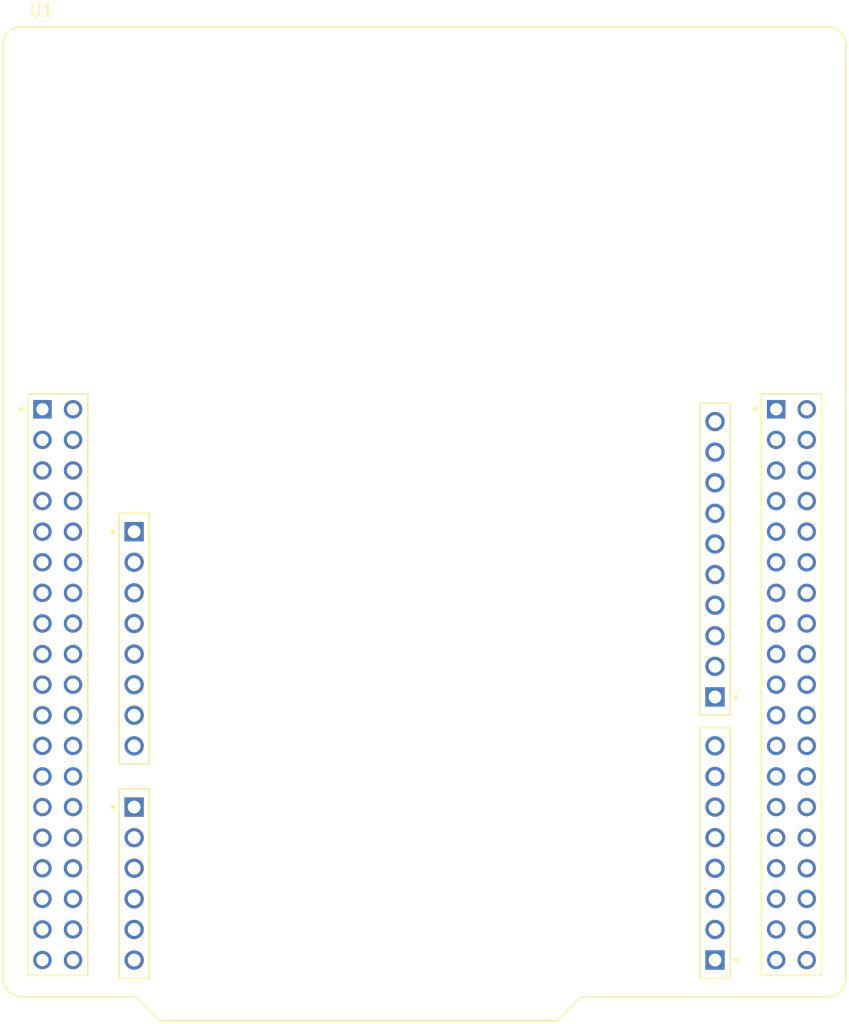
<source format=kicad_pcb>
(kicad_pcb (version 20241229) (generator "pcbnew") (generator_version "9.0")
  (layers (0 "F.Cu" signal) (2 "B.Cu" signal) (13 "F.Paste" user) (15 "B.Paste" user) (5 "F.SilkS" user "F.Silkscreen") (7 "B.SilkS" user "B.Silkscreen") (1 "F.Mask" user) (3 "B.Mask" user) (25 "Edge.Cuts" user))
  (net 0 "")
  (net 9 "Net-(U1C-CN6_GND-PadCN6_6)")
  (net 13 "Net-(U1A-CN7_GND-PadCN7_19)")
  (net 40 "Net-(U1B-CN10_GND-PadCN10_20)")
  (footprint "footprints:MODULE_NUCLEO-F446RE" (layer "F.Cu") (at 144.75 97.41)
    (property "Reference" "U1" (at -31.825 -42.635 0) (layer "F.SilkS"))
    (property "Value" "NUCLEO-F446RE")
    (fp_line (start -35 37.75) (end -35 -39.75) (stroke (width 0.127)) (layer "F.SilkS"))
    (fp_line (start -33.5 -41.25) (end 33.5 -41.25) (stroke (width 0.127)) (layer "F.SilkS"))
    (fp_line (start -32.98 -10.78) (end -32.98 37.48) (stroke (width 0.127)) (layer "F.SilkS"))
    (fp_line (start -32.98 37.48) (end -27.98 37.48) (stroke (width 0.127)) (layer "F.SilkS"))
    (fp_line (start -27.98 -10.78) (end -32.98 -10.78) (stroke (width 0.127)) (layer "F.SilkS"))
    (fp_line (start -27.98 37.48) (end -27.98 -10.78) (stroke (width 0.127)) (layer "F.SilkS"))
    (fp_line (start -25.38 -0.87) (end -25.38 19.95) (stroke (width 0.127)) (layer "F.SilkS"))
    (fp_line (start -25.38 19.95) (end -22.88 19.95) (stroke (width 0.127)) (layer "F.SilkS"))
    (fp_line (start -25.38 21.99) (end -25.38 37.73) (stroke (width 0.127)) (layer "F.SilkS"))
    (fp_line (start -25.38 37.73) (end -22.88 37.73) (stroke (width 0.127)) (layer "F.SilkS"))
    (fp_line (start -24 39.25) (end -33.5 39.25) (stroke (width 0.127)) (layer "F.SilkS"))
    (fp_line (start -22.88 -0.87) (end -25.38 -0.87) (stroke (width 0.127)) (layer "F.SilkS"))
    (fp_line (start -22.88 19.95) (end -22.88 -0.87) (stroke (width 0.127)) (layer "F.SilkS"))
    (fp_line (start -22.88 21.99) (end -25.38 21.99) (stroke (width 0.127)) (layer "F.SilkS"))
    (fp_line (start -22.88 37.73) (end -22.88 21.99) (stroke (width 0.127)) (layer "F.SilkS"))
    (fp_line (start -22 41.25) (end -24 39.25) (stroke (width 0.127)) (layer "F.SilkS"))
    (fp_line (start 11 41.25) (end -22 41.25) (stroke (width 0.127)) (layer "F.SilkS"))
    (fp_line (start 13 39.25) (end 11 41.25) (stroke (width 0.127)) (layer "F.SilkS"))
    (fp_line (start 22.88 -10.01) (end 22.88 15.89) (stroke (width 0.127)) (layer "F.SilkS"))
    (fp_line (start 22.88 15.89) (end 25.38 15.89) (stroke (width 0.127)) (layer "F.SilkS"))
    (fp_line (start 22.88 16.91) (end 22.88 37.73) (stroke (width 0.127)) (layer "F.SilkS"))
    (fp_line (start 22.88 37.73) (end 25.38 37.73) (stroke (width 0.127)) (layer "F.SilkS"))
    (fp_line (start 25.38 -10.01) (end 22.88 -10.01) (stroke (width 0.127)) (layer "F.SilkS"))
    (fp_line (start 25.38 15.89) (end 25.38 -10.01) (stroke (width 0.127)) (layer "F.SilkS"))
    (fp_line (start 25.38 16.91) (end 22.88 16.91) (stroke (width 0.127)) (layer "F.SilkS"))
    (fp_line (start 25.38 37.73) (end 25.38 16.91) (stroke (width 0.127)) (layer "F.SilkS"))
    (fp_line (start 27.98 -10.78) (end 27.98 37.48) (stroke (width 0.127)) (layer "F.SilkS"))
    (fp_line (start 27.98 37.48) (end 32.98 37.48) (stroke (width 0.127)) (layer "F.SilkS"))
    (fp_line (start 32.98 -10.78) (end 27.98 -10.78) (stroke (width 0.127)) (layer "F.SilkS"))
    (fp_line (start 32.98 37.48) (end 32.98 -10.78) (stroke (width 0.127)) (layer "F.SilkS"))
    (fp_line (start 33.5 39.25) (end 13 39.25) (stroke (width 0.127)) (layer "F.SilkS"))
    (fp_line (start 35 -39.75) (end 35 37.75) (stroke (width 0.127)) (layer "F.SilkS"))
    (fp_arc (start -35 -39.75) (mid -34.56066 -40.81066) (end -33.5 -41.25) (stroke (width 0.127)) (layer "F.SilkS"))
    (fp_arc (start -33.5 39.25) (mid -34.56066 38.81066) (end -35 37.75) (stroke (width 0.127)) (layer "F.SilkS"))
    (fp_arc (start 33.5 -41.25) (mid 34.56066 -40.81066) (end 35 -39.75) (stroke (width 0.127)) (layer "F.SilkS"))
    (fp_arc (start 35 37.75) (mid 34.56066 38.81066) (end 33.5 39.25) (stroke (width 0.127)) (layer "F.SilkS"))
    (fp_circle (center -33.5 -9.51) (end -33.4 -9.51) (stroke (width 0.2)) (fill no) (layer "F.SilkS"))
    (fp_circle (center -25.88 0.65) (end -25.78 0.65) (stroke (width 0.2)) (fill no) (layer "F.SilkS"))
    (fp_circle (center -25.88 23.51) (end -25.78 23.51) (stroke (width 0.2)) (fill no) (layer "F.SilkS"))
    (fp_circle (center 25.88 14.37) (end 25.98 14.37) (stroke (width 0.2)) (fill no) (layer "F.SilkS"))
    (fp_circle (center 25.88 36.21) (end 25.98 36.21) (stroke (width 0.2)) (fill no) (layer "F.SilkS"))
    (fp_circle (center 27.46 -9.51) (end 27.56 -9.51) (stroke (width 0.2)) (fill no) (layer "F.SilkS"))
    (pad "" np_thru_hole circle (at -24.13 -13.32) (size 3 3) (drill 3) (layers "*.Cu" "*.Mask"))
    (pad "" np_thru_hole circle (at 8.89 38.75) (size 3 3) (drill 3) (layers "*.Cu" "*.Mask"))
    (pad "" np_thru_hole circle (at 24.13 -12.05) (size 3 3) (drill 3) (layers "*.Cu" "*.Mask"))
    (pad "CN5_1" thru_hole rect (at 24.13 14.37) (size 1.605 1.605) (drill 1.07) (layers "*.Cu" "*.Mask"))
    (pad "CN5_2" thru_hole circle (at 24.13 11.83) (size 1.605 1.605) (drill 1.07) (layers "*.Cu" "*.Mask"))
    (pad "CN5_3" thru_hole circle (at 24.13 9.29) (size 1.605 1.605) (drill 1.07) (layers "*.Cu" "*.Mask"))
    (pad "CN5_4" thru_hole circle (at 24.13 6.75) (size 1.605 1.605) (drill 1.07) (layers "*.Cu" "*.Mask"))
    (pad "CN5_5" thru_hole circle (at 24.13 4.21) (size 1.605 1.605) (drill 1.07) (layers "*.Cu" "*.Mask"))
    (pad "CN5_6" thru_hole circle (at 24.13 1.67) (size 1.605 1.605) (drill 1.07) (layers "*.Cu" "*.Mask"))
    (pad "CN5_7" thru_hole circle (at 24.13 -0.87) (size 1.605 1.605) (drill 1.07) (layers "*.Cu" "*.Mask"))
    (pad "CN5_8" thru_hole circle (at 24.13 -3.41) (size 1.605 1.605) (drill 1.07) (layers "*.Cu" "*.Mask"))
    (pad "CN5_9" thru_hole circle (at 24.13 -5.95) (size 1.605 1.605) (drill 1.07) (layers "*.Cu" "*.Mask"))
    (pad "CN5_10" thru_hole circle (at 24.13 -8.49) (size 1.605 1.605) (drill 1.07) (layers "*.Cu" "*.Mask"))
    (pad "CN6_1" thru_hole rect (at -24.13 0.65) (size 1.605 1.605) (drill 1.07) (layers "*.Cu" "*.Mask"))
    (pad "CN6_2" thru_hole circle (at -24.13 3.19) (size 1.605 1.605) (drill 1.07) (layers "*.Cu" "*.Mask"))
    (pad "CN6_3" thru_hole circle (at -24.13 5.73) (size 1.605 1.605) (drill 1.07) (layers "*.Cu" "*.Mask"))
    (pad "CN6_4" thru_hole circle (at -24.13 8.27) (size 1.605 1.605) (drill 1.07) (layers "*.Cu" "*.Mask"))
    (pad "CN6_5" thru_hole circle (at -24.13 10.81) (size 1.605 1.605) (drill 1.07) (layers "*.Cu" "*.Mask"))
    (pad "CN6_6" thru_hole circle (at -24.13 13.35) (size 1.605 1.605) (drill 1.07) (layers "*.Cu" "*.Mask") (net 9 "Net-(U1C-CN6_GND-PadCN6_6)"))
    (pad "CN6_7" thru_hole circle (at -24.13 15.89) (size 1.605 1.605) (drill 1.07) (layers "*.Cu" "*.Mask") (net 9 "Net-(U1C-CN6_GND-PadCN6_6)"))
    (pad "CN6_8" thru_hole circle (at -24.13 18.43) (size 1.605 1.605) (drill 1.07) (layers "*.Cu" "*.Mask"))
    (pad "CN7_1" thru_hole rect (at -31.75 -9.51) (size 1.53 1.53) (drill 1.02) (layers "*.Cu" "*.Mask"))
    (pad "CN7_2" thru_hole circle (at -29.21 -9.51) (size 1.53 1.53) (drill 1.02) (layers "*.Cu" "*.Mask"))
    (pad "CN7_3" thru_hole circle (at -31.75 -6.97) (size 1.53 1.53) (drill 1.02) (layers "*.Cu" "*.Mask"))
    (pad "CN7_4" thru_hole circle (at -29.21 -6.97) (size 1.53 1.53) (drill 1.02) (layers "*.Cu" "*.Mask"))
    (pad "CN7_5" thru_hole circle (at -31.75 -4.43) (size 1.53 1.53) (drill 1.02) (layers "*.Cu" "*.Mask"))
    (pad "CN7_6" thru_hole circle (at -29.21 -4.43) (size 1.53 1.53) (drill 1.02) (layers "*.Cu" "*.Mask"))
    (pad "CN7_7" thru_hole circle (at -31.75 -1.89) (size 1.53 1.53) (drill 1.02) (layers "*.Cu" "*.Mask"))
    (pad "CN7_8" thru_hole circle (at -29.21 -1.89) (size 1.53 1.53) (drill 1.02) (layers "*.Cu" "*.Mask") (net 13 "Net-(U1A-CN7_GND-PadCN7_19)"))
    (pad "CN7_9" thru_hole circle (at -31.75 0.65) (size 1.53 1.53) (drill 1.02) (layers "*.Cu" "*.Mask"))
    (pad "CN7_10" thru_hole circle (at -29.21 0.65) (size 1.53 1.53) (drill 1.02) (layers "*.Cu" "*.Mask"))
    (pad "CN7_11" thru_hole circle (at -31.75 3.19) (size 1.53 1.53) (drill 1.02) (layers "*.Cu" "*.Mask"))
    (pad "CN7_12" thru_hole circle (at -29.21 3.19) (size 1.53 1.53) (drill 1.02) (layers "*.Cu" "*.Mask"))
    (pad "CN7_13" thru_hole circle (at -31.75 5.73) (size 1.53 1.53) (drill 1.02) (layers "*.Cu" "*.Mask"))
    (pad "CN7_14" thru_hole circle (at -29.21 5.73) (size 1.53 1.53) (drill 1.02) (layers "*.Cu" "*.Mask"))
    (pad "CN7_15" thru_hole circle (at -31.75 8.27) (size 1.53 1.53) (drill 1.02) (layers "*.Cu" "*.Mask"))
    (pad "CN7_16" thru_hole circle (at -29.21 8.27) (size 1.53 1.53) (drill 1.02) (layers "*.Cu" "*.Mask"))
    (pad "CN7_17" thru_hole circle (at -31.75 10.81) (size 1.53 1.53) (drill 1.02) (layers "*.Cu" "*.Mask"))
    (pad "CN7_18" thru_hole circle (at -29.21 10.81) (size 1.53 1.53) (drill 1.02) (layers "*.Cu" "*.Mask"))
    (pad "CN7_19" thru_hole circle (at -31.75 13.35) (size 1.53 1.53) (drill 1.02) (layers "*.Cu" "*.Mask") (net 13 "Net-(U1A-CN7_GND-PadCN7_19)"))
    (pad "CN7_20" thru_hole circle (at -29.21 13.35) (size 1.53 1.53) (drill 1.02) (layers "*.Cu" "*.Mask") (net 13 "Net-(U1A-CN7_GND-PadCN7_19)"))
    (pad "CN7_21" thru_hole circle (at -31.75 15.89) (size 1.53 1.53) (drill 1.02) (layers "*.Cu" "*.Mask"))
    (pad "CN7_22" thru_hole circle (at -29.21 15.89) (size 1.53 1.53) (drill 1.02) (layers "*.Cu" "*.Mask") (net 13 "Net-(U1A-CN7_GND-PadCN7_19)"))
    (pad "CN7_23" thru_hole circle (at -31.75 18.43) (size 1.53 1.53) (drill 1.02) (layers "*.Cu" "*.Mask"))
    (pad "CN7_24" thru_hole circle (at -29.21 18.43) (size 1.53 1.53) (drill 1.02) (layers "*.Cu" "*.Mask"))
    (pad "CN7_25" thru_hole circle (at -31.75 20.97) (size 1.53 1.53) (drill 1.02) (layers "*.Cu" "*.Mask"))
    (pad "CN7_26" thru_hole circle (at -29.21 20.97) (size 1.53 1.53) (drill 1.02) (layers "*.Cu" "*.Mask"))
    (pad "CN7_27" thru_hole circle (at -31.75 23.51) (size 1.53 1.53) (drill 1.02) (layers "*.Cu" "*.Mask"))
    (pad "CN7_28" thru_hole circle (at -29.21 23.51) (size 1.53 1.53) (drill 1.02) (layers "*.Cu" "*.Mask"))
    (pad "CN7_29" thru_hole circle (at -31.75 26.05) (size 1.53 1.53) (drill 1.02) (layers "*.Cu" "*.Mask"))
    (pad "CN7_30" thru_hole circle (at -29.21 26.05) (size 1.53 1.53) (drill 1.02) (layers "*.Cu" "*.Mask"))
    (pad "CN7_31" thru_hole circle (at -31.75 28.59) (size 1.53 1.53) (drill 1.02) (layers "*.Cu" "*.Mask"))
    (pad "CN7_32" thru_hole circle (at -29.21 28.59) (size 1.53 1.53) (drill 1.02) (layers "*.Cu" "*.Mask"))
    (pad "CN7_33" thru_hole circle (at -31.75 31.13) (size 1.53 1.53) (drill 1.02) (layers "*.Cu" "*.Mask"))
    (pad "CN7_34" thru_hole circle (at -29.21 31.13) (size 1.53 1.53) (drill 1.02) (layers "*.Cu" "*.Mask"))
    (pad "CN7_35" thru_hole circle (at -31.75 33.67) (size 1.53 1.53) (drill 1.02) (layers "*.Cu" "*.Mask"))
    (pad "CN7_36" thru_hole circle (at -29.21 33.67) (size 1.53 1.53) (drill 1.02) (layers "*.Cu" "*.Mask"))
    (pad "CN7_37" thru_hole circle (at -31.75 36.21) (size 1.53 1.53) (drill 1.02) (layers "*.Cu" "*.Mask"))
    (pad "CN7_38" thru_hole circle (at -29.21 36.21) (size 1.53 1.53) (drill 1.02) (layers "*.Cu" "*.Mask"))
    (pad "CN8_1" thru_hole rect (at -24.13 23.51) (size 1.605 1.605) (drill 1.07) (layers "*.Cu" "*.Mask"))
    (pad "CN8_2" thru_hole circle (at -24.13 26.05) (size 1.605 1.605) (drill 1.07) (layers "*.Cu" "*.Mask"))
    (pad "CN8_3" thru_hole circle (at -24.13 28.59) (size 1.605 1.605) (drill 1.07) (layers "*.Cu" "*.Mask"))
    (pad "CN8_4" thru_hole circle (at -24.13 31.13) (size 1.605 1.605) (drill 1.07) (layers "*.Cu" "*.Mask"))
    (pad "CN8_5" thru_hole circle (at -24.13 33.67) (size 1.605 1.605) (drill 1.07) (layers "*.Cu" "*.Mask"))
    (pad "CN8_6" thru_hole circle (at -24.13 36.21) (size 1.605 1.605) (drill 1.07) (layers "*.Cu" "*.Mask"))
    (pad "CN9_1" thru_hole rect (at 24.13 36.21) (size 1.605 1.605) (drill 1.07) (layers "*.Cu" "*.Mask"))
    (pad "CN9_2" thru_hole circle (at 24.13 33.67) (size 1.605 1.605) (drill 1.07) (layers "*.Cu" "*.Mask"))
    (pad "CN9_3" thru_hole circle (at 24.13 31.13) (size 1.605 1.605) (drill 1.07) (layers "*.Cu" "*.Mask"))
    (pad "CN9_4" thru_hole circle (at 24.13 28.59) (size 1.605 1.605) (drill 1.07) (layers "*.Cu" "*.Mask"))
    (pad "CN9_5" thru_hole circle (at 24.13 26.05) (size 1.605 1.605) (drill 1.07) (layers "*.Cu" "*.Mask"))
    (pad "CN9_6" thru_hole circle (at 24.13 23.51) (size 1.605 1.605) (drill 1.07) (layers "*.Cu" "*.Mask"))
    (pad "CN9_7" thru_hole circle (at 24.13 20.97) (size 1.605 1.605) (drill 1.07) (layers "*.Cu" "*.Mask"))
    (pad "CN9_8" thru_hole circle (at 24.13 18.43) (size 1.605 1.605) (drill 1.07) (layers "*.Cu" "*.Mask"))
    (pad "CN10_1" thru_hole rect (at 29.21 -9.51) (size 1.53 1.53) (drill 1.02) (layers "*.Cu" "*.Mask"))
    (pad "CN10_2" thru_hole circle (at 31.75 -9.51) (size 1.53 1.53) (drill 1.02) (layers "*.Cu" "*.Mask"))
    (pad "CN10_3" thru_hole circle (at 29.21 -6.97) (size 1.53 1.53) (drill 1.02) (layers "*.Cu" "*.Mask"))
    (pad "CN10_4" thru_hole circle (at 31.75 -6.97) (size 1.53 1.53) (drill 1.02) (layers "*.Cu" "*.Mask"))
    (pad "CN10_5" thru_hole circle (at 29.21 -4.43) (size 1.53 1.53) (drill 1.02) (layers "*.Cu" "*.Mask"))
    (pad "CN10_6" thru_hole circle (at 31.75 -4.43) (size 1.53 1.53) (drill 1.02) (layers "*.Cu" "*.Mask"))
    (pad "CN10_7" thru_hole circle (at 29.21 -1.89) (size 1.53 1.53) (drill 1.02) (layers "*.Cu" "*.Mask"))
    (pad "CN10_8" thru_hole circle (at 31.75 -1.89) (size 1.53 1.53) (drill 1.02) (layers "*.Cu" "*.Mask"))
    (pad "CN10_9" thru_hole circle (at 29.21 0.65) (size 1.53 1.53) (drill 1.02) (layers "*.Cu" "*.Mask") (net 40 "Net-(U1B-CN10_GND-PadCN10_20)"))
    (pad "CN10_10" thru_hole circle (at 31.75 0.65) (size 1.53 1.53) (drill 1.02) (layers "*.Cu" "*.Mask"))
    (pad "CN10_11" thru_hole circle (at 29.21 3.19) (size 1.53 1.53) (drill 1.02) (layers "*.Cu" "*.Mask"))
    (pad "CN10_12" thru_hole circle (at 31.75 3.19) (size 1.53 1.53) (drill 1.02) (layers "*.Cu" "*.Mask"))
    (pad "CN10_13" thru_hole circle (at 29.21 5.73) (size 1.53 1.53) (drill 1.02) (layers "*.Cu" "*.Mask"))
    (pad "CN10_14" thru_hole circle (at 31.75 5.73) (size 1.53 1.53) (drill 1.02) (layers "*.Cu" "*.Mask"))
    (pad "CN10_15" thru_hole circle (at 29.21 8.27) (size 1.53 1.53) (drill 1.02) (layers "*.Cu" "*.Mask"))
    (pad "CN10_16" thru_hole circle (at 31.75 8.27) (size 1.53 1.53) (drill 1.02) (layers "*.Cu" "*.Mask"))
    (pad "CN10_17" thru_hole circle (at 29.21 10.81) (size 1.53 1.53) (drill 1.02) (layers "*.Cu" "*.Mask"))
    (pad "CN10_18" thru_hole circle (at 31.75 10.81) (size 1.53 1.53) (drill 1.02) (layers "*.Cu" "*.Mask"))
    (pad "CN10_19" thru_hole circle (at 29.21 13.35) (size 1.53 1.53) (drill 1.02) (layers "*.Cu" "*.Mask"))
    (pad "CN10_20" thru_hole circle (at 31.75 13.35) (size 1.53 1.53) (drill 1.02) (layers "*.Cu" "*.Mask") (net 40 "Net-(U1B-CN10_GND-PadCN10_20)"))
    (pad "CN10_21" thru_hole circle (at 29.21 15.89) (size 1.53 1.53) (drill 1.02) (layers "*.Cu" "*.Mask"))
    (pad "CN10_22" thru_hole circle (at 31.75 15.89) (size 1.53 1.53) (drill 1.02) (layers "*.Cu" "*.Mask"))
    (pad "CN10_23" thru_hole circle (at 29.21 18.43) (size 1.53 1.53) (drill 1.02) (layers "*.Cu" "*.Mask"))
    (pad "CN10_24" thru_hole circle (at 31.75 18.43) (size 1.53 1.53) (drill 1.02) (layers "*.Cu" "*.Mask"))
    (pad "CN10_25" thru_hole circle (at 29.21 20.97) (size 1.53 1.53) (drill 1.02) (layers "*.Cu" "*.Mask"))
    (pad "CN10_26" thru_hole circle (at 31.75 20.97) (size 1.53 1.53) (drill 1.02) (layers "*.Cu" "*.Mask"))
    (pad "CN10_27" thru_hole circle (at 29.21 23.51) (size 1.53 1.53) (drill 1.02) (layers "*.Cu" "*.Mask"))
    (pad "CN10_28" thru_hole circle (at 31.75 23.51) (size 1.53 1.53) (drill 1.02) (layers "*.Cu" "*.Mask"))
    (pad "CN10_29" thru_hole circle (at 29.21 26.05) (size 1.53 1.53) (drill 1.02) (layers "*.Cu" "*.Mask"))
    (pad "CN10_30" thru_hole circle (at 31.75 26.05) (size 1.53 1.53) (drill 1.02) (layers "*.Cu" "*.Mask"))
    (pad "CN10_31" thru_hole circle (at 29.21 28.59) (size 1.53 1.53) (drill 1.02) (layers "*.Cu" "*.Mask"))
    (pad "CN10_32" thru_hole circle (at 31.75 28.59) (size 1.53 1.53) (drill 1.02) (layers "*.Cu" "*.Mask"))
    (pad "CN10_33" thru_hole circle (at 29.21 31.13) (size 1.53 1.53) (drill 1.02) (layers "*.Cu" "*.Mask"))
    (pad "CN10_34" thru_hole circle (at 31.75 31.13) (size 1.53 1.53) (drill 1.02) (layers "*.Cu" "*.Mask"))
    (pad "CN10_35" thru_hole circle (at 29.21 33.67) (size 1.53 1.53) (drill 1.02) (layers "*.Cu" "*.Mask"))
    (pad "CN10_36" thru_hole circle (at 31.75 33.67) (size 1.53 1.53) (drill 1.02) (layers "*.Cu" "*.Mask"))
    (pad "CN10_37" thru_hole circle (at 29.21 36.21) (size 1.53 1.53) (drill 1.02) (layers "*.Cu" "*.Mask"))
    (pad "CN10_38" thru_hole circle (at 31.75 36.21) (size 1.53 1.53) (drill 1.02) (layers "*.Cu" "*.Mask"))
  )
)
</source>
